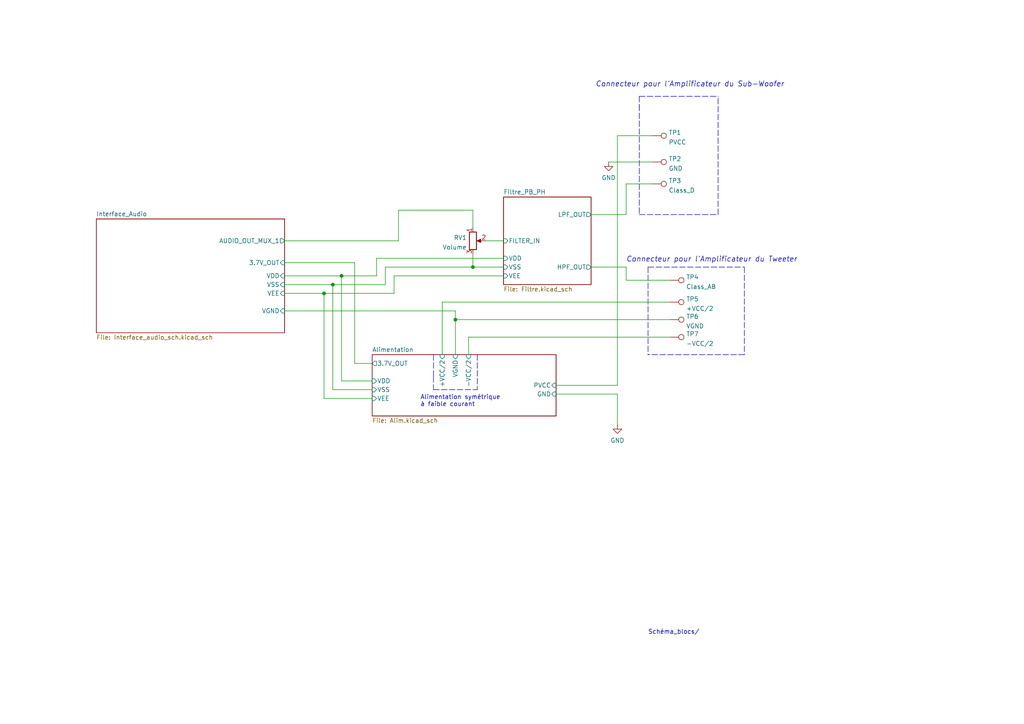
<source format=kicad_sch>
(kicad_sch (version 20211123) (generator eeschema)

  (uuid 853ee787-6e2c-4f32-bc75-6c17337dd3d5)

  (paper "A4")

  (title_block
    (title "Embedded Speaker")
    (date "2022-01-24")
    (rev "1.0")
    (company "Université Paul Sabatier")
  )

  (lib_symbols
    (symbol "Connector:TestPoint" (pin_numbers hide) (pin_names (offset 0.762) hide) (in_bom yes) (on_board yes)
      (property "Reference" "TP" (id 0) (at 0 6.858 0)
        (effects (font (size 1.27 1.27)))
      )
      (property "Value" "TestPoint" (id 1) (at 0 5.08 0)
        (effects (font (size 1.27 1.27)))
      )
      (property "Footprint" "" (id 2) (at 5.08 0 0)
        (effects (font (size 1.27 1.27)) hide)
      )
      (property "Datasheet" "~" (id 3) (at 5.08 0 0)
        (effects (font (size 1.27 1.27)) hide)
      )
      (property "ki_keywords" "test point tp" (id 4) (at 0 0 0)
        (effects (font (size 1.27 1.27)) hide)
      )
      (property "ki_description" "test point" (id 5) (at 0 0 0)
        (effects (font (size 1.27 1.27)) hide)
      )
      (property "ki_fp_filters" "Pin* Test*" (id 6) (at 0 0 0)
        (effects (font (size 1.27 1.27)) hide)
      )
      (symbol "TestPoint_0_1"
        (circle (center 0 3.302) (radius 0.762)
          (stroke (width 0) (type default) (color 0 0 0 0))
          (fill (type none))
        )
      )
      (symbol "TestPoint_1_1"
        (pin passive line (at 0 0 90) (length 2.54)
          (name "1" (effects (font (size 1.27 1.27))))
          (number "1" (effects (font (size 1.27 1.27))))
        )
      )
    )
    (symbol "Device:R_Potentiometer" (pin_names (offset 1.016) hide) (in_bom yes) (on_board yes)
      (property "Reference" "RV" (id 0) (at -4.445 0 90)
        (effects (font (size 1.27 1.27)))
      )
      (property "Value" "R_Potentiometer" (id 1) (at -2.54 0 90)
        (effects (font (size 1.27 1.27)))
      )
      (property "Footprint" "" (id 2) (at 0 0 0)
        (effects (font (size 1.27 1.27)) hide)
      )
      (property "Datasheet" "~" (id 3) (at 0 0 0)
        (effects (font (size 1.27 1.27)) hide)
      )
      (property "ki_keywords" "resistor variable" (id 4) (at 0 0 0)
        (effects (font (size 1.27 1.27)) hide)
      )
      (property "ki_description" "Potentiometer" (id 5) (at 0 0 0)
        (effects (font (size 1.27 1.27)) hide)
      )
      (property "ki_fp_filters" "Potentiometer*" (id 6) (at 0 0 0)
        (effects (font (size 1.27 1.27)) hide)
      )
      (symbol "R_Potentiometer_0_1"
        (polyline
          (pts
            (xy 2.54 0)
            (xy 1.524 0)
          )
          (stroke (width 0) (type default) (color 0 0 0 0))
          (fill (type none))
        )
        (polyline
          (pts
            (xy 1.143 0)
            (xy 2.286 0.508)
            (xy 2.286 -0.508)
            (xy 1.143 0)
          )
          (stroke (width 0) (type default) (color 0 0 0 0))
          (fill (type outline))
        )
        (rectangle (start 1.016 2.54) (end -1.016 -2.54)
          (stroke (width 0.254) (type default) (color 0 0 0 0))
          (fill (type none))
        )
      )
      (symbol "R_Potentiometer_1_1"
        (pin passive line (at 0 3.81 270) (length 1.27)
          (name "1" (effects (font (size 1.27 1.27))))
          (number "1" (effects (font (size 1.27 1.27))))
        )
        (pin passive line (at 3.81 0 180) (length 1.27)
          (name "2" (effects (font (size 1.27 1.27))))
          (number "2" (effects (font (size 1.27 1.27))))
        )
        (pin passive line (at 0 -3.81 90) (length 1.27)
          (name "3" (effects (font (size 1.27 1.27))))
          (number "3" (effects (font (size 1.27 1.27))))
        )
      )
    )
    (symbol "power:GND" (power) (pin_names (offset 0)) (in_bom yes) (on_board yes)
      (property "Reference" "#PWR" (id 0) (at 0 -6.35 0)
        (effects (font (size 1.27 1.27)) hide)
      )
      (property "Value" "GND" (id 1) (at 0 -3.81 0)
        (effects (font (size 1.27 1.27)))
      )
      (property "Footprint" "" (id 2) (at 0 0 0)
        (effects (font (size 1.27 1.27)) hide)
      )
      (property "Datasheet" "" (id 3) (at 0 0 0)
        (effects (font (size 1.27 1.27)) hide)
      )
      (property "ki_keywords" "power-flag" (id 4) (at 0 0 0)
        (effects (font (size 1.27 1.27)) hide)
      )
      (property "ki_description" "Power symbol creates a global label with name \"GND\" , ground" (id 5) (at 0 0 0)
        (effects (font (size 1.27 1.27)) hide)
      )
      (symbol "GND_0_1"
        (polyline
          (pts
            (xy 0 0)
            (xy 0 -1.27)
            (xy 1.27 -1.27)
            (xy 0 -2.54)
            (xy -1.27 -1.27)
            (xy 0 -1.27)
          )
          (stroke (width 0) (type default) (color 0 0 0 0))
          (fill (type none))
        )
      )
      (symbol "GND_1_1"
        (pin power_in line (at 0 0 270) (length 0) hide
          (name "GND" (effects (font (size 1.27 1.27))))
          (number "1" (effects (font (size 1.27 1.27))))
        )
      )
    )
  )

  (junction (at 96.52 82.55) (diameter 0) (color 0 0 0 0)
    (uuid 1def0961-9811-40a5-b542-b839be1d098e)
  )
  (junction (at 132.08 92.71) (diameter 0) (color 0 0 0 0)
    (uuid 6a2ae320-43e7-4ce2-a19e-1b059df29980)
  )
  (junction (at 137.16 77.47) (diameter 0) (color 0 0 0 0)
    (uuid a2dc6420-0e4d-4710-90c3-34b2902a9509)
  )
  (junction (at 99.06 80.01) (diameter 0) (color 0 0 0 0)
    (uuid ce20e9eb-e9fd-48f7-80ef-934743ee05be)
  )
  (junction (at 93.98 85.09) (diameter 0) (color 0 0 0 0)
    (uuid d8687e68-af6e-4faf-b377-a73e05cb4796)
  )

  (wire (pts (xy 181.61 81.28) (xy 194.31 81.28))
    (stroke (width 0) (type default) (color 0 0 0 0))
    (uuid 047fbd59-a2af-402e-86cb-a91781380220)
  )
  (wire (pts (xy 96.52 82.55) (xy 96.52 113.03))
    (stroke (width 0) (type default) (color 0 0 0 0))
    (uuid 09261e5f-6a4a-4875-a2bf-6bb2968a2602)
  )
  (wire (pts (xy 161.29 111.76) (xy 179.07 111.76))
    (stroke (width 0) (type default) (color 0 0 0 0))
    (uuid 0a0f71b5-166b-4cf2-bc88-14ba0ae68939)
  )
  (wire (pts (xy 93.98 85.09) (xy 114.3 85.09))
    (stroke (width 0) (type default) (color 0 0 0 0))
    (uuid 0da5bb32-127c-42a1-931d-236a3dd7a7d3)
  )
  (wire (pts (xy 135.89 97.79) (xy 194.31 97.79))
    (stroke (width 0) (type default) (color 0 0 0 0))
    (uuid 0eeec6c8-cd49-47e9-b3b1-e32b02c1ceb2)
  )
  (polyline (pts (xy 185.42 27.94) (xy 208.28 27.94))
    (stroke (width 0) (type default) (color 0 0 0 0))
    (uuid 143a91ed-c010-4ccb-a864-a7b6ff72e966)
  )

  (wire (pts (xy 132.08 92.71) (xy 132.08 102.87))
    (stroke (width 0) (type default) (color 0 0 0 0))
    (uuid 15bb8736-585d-4def-8798-82b2e6099322)
  )
  (wire (pts (xy 102.87 105.41) (xy 107.95 105.41))
    (stroke (width 0) (type default) (color 0 0 0 0))
    (uuid 16dd4807-5dbc-4d88-8534-8469084a84c5)
  )
  (wire (pts (xy 99.06 110.49) (xy 107.95 110.49))
    (stroke (width 0) (type default) (color 0 0 0 0))
    (uuid 186854ef-ee65-4aa7-b9f1-b1f1eba68615)
  )
  (wire (pts (xy 114.3 80.01) (xy 146.05 80.01))
    (stroke (width 0) (type default) (color 0 0 0 0))
    (uuid 1ab00633-8ce7-4420-be16-c0d2c46385ea)
  )
  (wire (pts (xy 93.98 85.09) (xy 93.98 115.57))
    (stroke (width 0) (type default) (color 0 0 0 0))
    (uuid 1d7c71da-391f-4794-bcf7-7424ccf9ce40)
  )
  (wire (pts (xy 82.55 69.85) (xy 115.57 69.85))
    (stroke (width 0) (type default) (color 0 0 0 0))
    (uuid 2749cb23-5cae-4119-bcd6-22b452303301)
  )
  (wire (pts (xy 181.61 62.23) (xy 181.61 53.34))
    (stroke (width 0) (type default) (color 0 0 0 0))
    (uuid 2bf129f5-200b-4bff-ab79-2b4b2d7942ee)
  )
  (wire (pts (xy 137.16 73.66) (xy 137.16 77.47))
    (stroke (width 0) (type default) (color 0 0 0 0))
    (uuid 2dbaf927-7e61-4517-b6f3-f21a34be0052)
  )
  (polyline (pts (xy 138.43 102.87) (xy 138.43 113.03))
    (stroke (width 0) (type default) (color 0 0 0 0))
    (uuid 31117715-2606-435a-a180-0f0c41967b5d)
  )

  (wire (pts (xy 171.45 62.23) (xy 181.61 62.23))
    (stroke (width 0) (type default) (color 0 0 0 0))
    (uuid 3329526e-1636-40d0-a465-9c51b2f67607)
  )
  (polyline (pts (xy 215.9 102.87) (xy 187.96 102.87))
    (stroke (width 0) (type default) (color 0 0 0 0))
    (uuid 343ffbcc-0d75-44a8-aaf6-91337d82a853)
  )
  (polyline (pts (xy 187.96 77.47) (xy 215.9 77.47))
    (stroke (width 0) (type default) (color 0 0 0 0))
    (uuid 3491ae5d-5e04-4492-8430-03cb84caf2ef)
  )

  (wire (pts (xy 99.06 80.01) (xy 99.06 110.49))
    (stroke (width 0) (type default) (color 0 0 0 0))
    (uuid 36d68ae9-ca46-46c4-a07d-6ac4a7a26977)
  )
  (polyline (pts (xy 187.96 77.47) (xy 187.96 102.87))
    (stroke (width 0) (type default) (color 0 0 0 0))
    (uuid 3d83076c-ad0b-478a-9e3e-333adc603235)
  )

  (wire (pts (xy 179.07 114.3) (xy 179.07 123.19))
    (stroke (width 0) (type default) (color 0 0 0 0))
    (uuid 413d0293-bf64-4e7e-a647-12866bc7ec19)
  )
  (polyline (pts (xy 215.9 77.47) (xy 215.9 102.87))
    (stroke (width 0) (type default) (color 0 0 0 0))
    (uuid 490d45a7-c83f-467a-aa3b-54cbb7baf15a)
  )

  (wire (pts (xy 82.55 76.2) (xy 102.87 76.2))
    (stroke (width 0) (type default) (color 0 0 0 0))
    (uuid 4d14fd43-1fd2-41f0-a8b5-d8014e3ffd79)
  )
  (wire (pts (xy 135.89 102.87) (xy 135.89 97.79))
    (stroke (width 0) (type default) (color 0 0 0 0))
    (uuid 525eaf63-210b-4e08-a2bb-89d4a72ab91e)
  )
  (wire (pts (xy 96.52 113.03) (xy 107.95 113.03))
    (stroke (width 0) (type default) (color 0 0 0 0))
    (uuid 52a3c852-a273-42d5-bd2b-e9c7c1dd411c)
  )
  (wire (pts (xy 114.3 85.09) (xy 114.3 80.01))
    (stroke (width 0) (type default) (color 0 0 0 0))
    (uuid 56572797-0893-4ce2-99a5-ed130ee8fbea)
  )
  (wire (pts (xy 82.55 82.55) (xy 96.52 82.55))
    (stroke (width 0) (type default) (color 0 0 0 0))
    (uuid 5d963c3a-0c84-4d6a-8501-d4b94c5d85ae)
  )
  (wire (pts (xy 171.45 77.47) (xy 181.61 77.47))
    (stroke (width 0) (type default) (color 0 0 0 0))
    (uuid 5e92c930-709d-4c49-a8e9-b521c116dfd8)
  )
  (wire (pts (xy 111.76 82.55) (xy 111.76 77.47))
    (stroke (width 0) (type default) (color 0 0 0 0))
    (uuid 639388d9-22c5-4c6a-bd4c-fd69467cbb98)
  )
  (wire (pts (xy 132.08 92.71) (xy 194.31 92.71))
    (stroke (width 0) (type default) (color 0 0 0 0))
    (uuid 668368fe-264d-4481-93d3-8cc044f1968b)
  )
  (wire (pts (xy 93.98 115.57) (xy 107.95 115.57))
    (stroke (width 0) (type default) (color 0 0 0 0))
    (uuid 67bb945b-52bd-4302-94b5-f72225c45505)
  )
  (wire (pts (xy 137.16 60.96) (xy 137.16 66.04))
    (stroke (width 0) (type default) (color 0 0 0 0))
    (uuid 6cc29ef3-31f7-4478-8073-edb7805bb23c)
  )
  (polyline (pts (xy 185.42 62.23) (xy 208.28 62.23))
    (stroke (width 0) (type default) (color 0 0 0 0))
    (uuid 6cc32ba1-54a8-4698-9ff0-bbd6110b52eb)
  )

  (wire (pts (xy 82.55 80.01) (xy 99.06 80.01))
    (stroke (width 0) (type default) (color 0 0 0 0))
    (uuid 6d7d4c39-58a0-4206-abf9-27e21e78543d)
  )
  (wire (pts (xy 128.27 87.63) (xy 194.31 87.63))
    (stroke (width 0) (type default) (color 0 0 0 0))
    (uuid 6fe78f37-67b1-4a55-a455-efe5d102457a)
  )
  (polyline (pts (xy 125.73 113.03) (xy 138.43 113.03))
    (stroke (width 0) (type default) (color 0 0 0 0))
    (uuid 87e1215c-c468-4364-bfe7-daea37c12e7c)
  )

  (wire (pts (xy 115.57 69.85) (xy 115.57 60.96))
    (stroke (width 0) (type default) (color 0 0 0 0))
    (uuid 89c105af-acb1-4b83-b7ef-84ee11c88748)
  )
  (wire (pts (xy 109.22 80.01) (xy 109.22 74.93))
    (stroke (width 0) (type default) (color 0 0 0 0))
    (uuid 8b049197-856c-432f-9855-72491ca2696e)
  )
  (wire (pts (xy 181.61 53.34) (xy 189.23 53.34))
    (stroke (width 0) (type default) (color 0 0 0 0))
    (uuid 97c4ca6d-665f-468b-9360-1b47522b8d58)
  )
  (wire (pts (xy 111.76 77.47) (xy 137.16 77.47))
    (stroke (width 0) (type default) (color 0 0 0 0))
    (uuid 9d7e5a97-5d86-456f-a827-34274f7cbf25)
  )
  (wire (pts (xy 99.06 80.01) (xy 109.22 80.01))
    (stroke (width 0) (type default) (color 0 0 0 0))
    (uuid 9e67d937-049f-44a2-b614-4d1caf021e02)
  )
  (wire (pts (xy 181.61 77.47) (xy 181.61 81.28))
    (stroke (width 0) (type default) (color 0 0 0 0))
    (uuid a349aed9-3e73-4361-8fec-8a3312841b73)
  )
  (wire (pts (xy 137.16 77.47) (xy 146.05 77.47))
    (stroke (width 0) (type default) (color 0 0 0 0))
    (uuid a354acf5-9618-4720-8c96-5f0080115ca0)
  )
  (polyline (pts (xy 185.42 30.48) (xy 185.42 62.23))
    (stroke (width 0) (type default) (color 0 0 0 0))
    (uuid b0ae7376-e4b4-43f0-a034-afc014d5accc)
  )
  (polyline (pts (xy 185.42 27.94) (xy 185.42 31.75))
    (stroke (width 0) (type default) (color 0 0 0 0))
    (uuid b2f47fd6-a548-4a97-8aa7-b915717950cc)
  )

  (wire (pts (xy 179.07 39.37) (xy 179.07 111.76))
    (stroke (width 0) (type default) (color 0 0 0 0))
    (uuid b4f5c182-fcef-4e83-90de-530535875adc)
  )
  (wire (pts (xy 132.08 90.17) (xy 132.08 92.71))
    (stroke (width 0) (type default) (color 0 0 0 0))
    (uuid b9bf14d6-e71a-41ef-9615-2570a5c48a77)
  )
  (wire (pts (xy 109.22 74.93) (xy 146.05 74.93))
    (stroke (width 0) (type default) (color 0 0 0 0))
    (uuid baf4ca31-d898-4378-b045-16bfae202838)
  )
  (wire (pts (xy 161.29 114.3) (xy 179.07 114.3))
    (stroke (width 0) (type default) (color 0 0 0 0))
    (uuid c5a2808a-195a-4e30-9821-bdd561eddf3e)
  )
  (wire (pts (xy 189.23 39.37) (xy 179.07 39.37))
    (stroke (width 0) (type default) (color 0 0 0 0))
    (uuid c6302b2c-2cf6-4b0b-b7ed-c91ee37a73a3)
  )
  (wire (pts (xy 96.52 82.55) (xy 111.76 82.55))
    (stroke (width 0) (type default) (color 0 0 0 0))
    (uuid c98fcf02-2f28-4543-9257-27383dacd9c6)
  )
  (wire (pts (xy 140.97 69.85) (xy 146.05 69.85))
    (stroke (width 0) (type default) (color 0 0 0 0))
    (uuid cde89bcb-74b3-4f4f-a043-1c44325d3dc4)
  )
  (wire (pts (xy 82.55 90.17) (xy 132.08 90.17))
    (stroke (width 0) (type default) (color 0 0 0 0))
    (uuid ce86c1e8-e6ce-4851-8129-b6ea502f603d)
  )
  (wire (pts (xy 115.57 60.96) (xy 137.16 60.96))
    (stroke (width 0) (type default) (color 0 0 0 0))
    (uuid cf667d69-6c35-431c-8da8-5a30c045bec1)
  )
  (polyline (pts (xy 208.28 62.23) (xy 208.28 27.94))
    (stroke (width 0) (type default) (color 0 0 0 0))
    (uuid d9819b40-ffd3-4ec0-a4f2-acab8b8cb523)
  )

  (wire (pts (xy 176.53 46.99) (xy 189.23 46.99))
    (stroke (width 0) (type default) (color 0 0 0 0))
    (uuid e377a7fd-f698-4579-9a84-e6607783bfd7)
  )
  (polyline (pts (xy 125.73 109.22) (xy 125.73 113.03))
    (stroke (width 0) (type default) (color 0 0 0 0))
    (uuid e574374a-5e4d-4947-a5c2-20a85bb38709)
  )
  (polyline (pts (xy 125.73 102.87) (xy 125.73 109.22))
    (stroke (width 0) (type default) (color 0 0 0 0))
    (uuid e70e2e27-5155-4011-9867-e8ebfe8811c5)
  )

  (wire (pts (xy 128.27 87.63) (xy 128.27 102.87))
    (stroke (width 0) (type default) (color 0 0 0 0))
    (uuid f5d4e6c9-f015-4b97-9e1c-74578dd1b310)
  )
  (wire (pts (xy 102.87 76.2) (xy 102.87 105.41))
    (stroke (width 0) (type default) (color 0 0 0 0))
    (uuid fb66045b-de81-4e10-9997-835ebd68878c)
  )
  (wire (pts (xy 82.55 85.09) (xy 93.98 85.09))
    (stroke (width 0) (type default) (color 0 0 0 0))
    (uuid ff690768-cb71-454d-9205-8dc7f4a8dd5e)
  )

  (text "Schéma_blocs/" (at 187.96 184.15 0)
    (effects (font (size 1.27 1.27)) (justify left bottom))
    (uuid 592f25e6-a01b-47fd-8172-3da01117d00a)
  )
  (text "Connecteur pour l'Amplificateur du Sub-Woofer" (at 172.72 25.4 0)
    (effects (font (size 1.4986 1.4986) italic) (justify left bottom))
    (uuid 699feae1-8cdd-4d2b-947f-f24849c73cdb)
  )
  (text "Alimentation symétrique\nà faible courant" (at 121.92 118.11 0)
    (effects (font (size 1.27 1.27)) (justify left bottom))
    (uuid b0c19f64-ce3a-4c8c-aad9-f6392adabd46)
  )
  (text "Connecteur pour l'Amplificateur du Tweeter" (at 181.61 76.2 0)
    (effects (font (size 1.4986 1.4986) italic) (justify left bottom))
    (uuid d88958ac-68cd-4955-a63f-0eaa329dec86)
  )

  (symbol (lib_id "Connector:TestPoint") (at 189.23 39.37 270) (unit 1)
    (in_bom yes) (on_board yes) (fields_autoplaced)
    (uuid 0716be40-ba65-4a0b-a589-ab9c00ee6575)
    (property "Reference" "TP1" (id 0) (at 193.929 38.4615 90)
      (effects (font (size 1.27 1.27)) (justify left))
    )
    (property "Value" "PVCC" (id 1) (at 193.929 41.2366 90)
      (effects (font (size 1.27 1.27)) (justify left))
    )
    (property "Footprint" "Connector_Pin:Pin_D1.3mm_L11.0mm" (id 2) (at 189.23 44.45 0)
      (effects (font (size 1.27 1.27)) hide)
    )
    (property "Datasheet" "~" (id 3) (at 189.23 44.45 0)
      (effects (font (size 1.27 1.27)) hide)
    )
    (pin "1" (uuid 0f741332-9781-4ad8-8d3e-927087fc4771))
  )

  (symbol (lib_id "power:GND") (at 179.07 123.19 0) (unit 1)
    (in_bom yes) (on_board yes) (fields_autoplaced)
    (uuid 0c87e482-8429-4b3d-ac55-69268b9a5de2)
    (property "Reference" "#PWR0104" (id 0) (at 179.07 129.54 0)
      (effects (font (size 1.27 1.27)) hide)
    )
    (property "Value" "GND" (id 1) (at 179.07 127.7525 0))
    (property "Footprint" "" (id 2) (at 179.07 123.19 0)
      (effects (font (size 1.27 1.27)) hide)
    )
    (property "Datasheet" "" (id 3) (at 179.07 123.19 0)
      (effects (font (size 1.27 1.27)) hide)
    )
    (pin "1" (uuid 02007e3b-1e3b-42f4-a883-929fbbf3ebf9))
  )

  (symbol (lib_id "Connector:TestPoint") (at 194.31 92.71 270) (unit 1)
    (in_bom yes) (on_board yes) (fields_autoplaced)
    (uuid 1e0f0b5d-e3b5-4651-bb0f-ac55cd976b55)
    (property "Reference" "TP6" (id 0) (at 199.009 91.8015 90)
      (effects (font (size 1.27 1.27)) (justify left))
    )
    (property "Value" "VGND" (id 1) (at 199.009 94.5766 90)
      (effects (font (size 1.27 1.27)) (justify left))
    )
    (property "Footprint" "Connector_Pin:Pin_D1.3mm_L11.0mm" (id 2) (at 194.31 97.79 0)
      (effects (font (size 1.27 1.27)) hide)
    )
    (property "Datasheet" "~" (id 3) (at 194.31 97.79 0)
      (effects (font (size 1.27 1.27)) hide)
    )
    (pin "1" (uuid 0174e27a-7af4-41bf-8949-f54a466c8f20))
  )

  (symbol (lib_id "Connector:TestPoint") (at 189.23 53.34 270) (unit 1)
    (in_bom yes) (on_board yes) (fields_autoplaced)
    (uuid 3d9b3cd6-3f70-4af6-a6c8-6c0e9cc9cad2)
    (property "Reference" "TP3" (id 0) (at 193.929 52.4315 90)
      (effects (font (size 1.27 1.27)) (justify left))
    )
    (property "Value" "Class_D" (id 1) (at 193.929 55.2066 90)
      (effects (font (size 1.27 1.27)) (justify left))
    )
    (property "Footprint" "Connector_Pin:Pin_D1.3mm_L11.0mm" (id 2) (at 189.23 58.42 0)
      (effects (font (size 1.27 1.27)) hide)
    )
    (property "Datasheet" "~" (id 3) (at 189.23 58.42 0)
      (effects (font (size 1.27 1.27)) hide)
    )
    (pin "1" (uuid 14113b3a-e329-463e-9e61-488efa5b4998))
  )

  (symbol (lib_id "Connector:TestPoint") (at 194.31 81.28 270) (unit 1)
    (in_bom yes) (on_board yes) (fields_autoplaced)
    (uuid 6f739c8c-f23f-46f7-9646-00d921219f5d)
    (property "Reference" "TP4" (id 0) (at 199.009 80.3715 90)
      (effects (font (size 1.27 1.27)) (justify left))
    )
    (property "Value" "Class_AB" (id 1) (at 199.009 83.1466 90)
      (effects (font (size 1.27 1.27)) (justify left))
    )
    (property "Footprint" "Connector_Pin:Pin_D1.3mm_L11.0mm" (id 2) (at 194.31 86.36 0)
      (effects (font (size 1.27 1.27)) hide)
    )
    (property "Datasheet" "~" (id 3) (at 194.31 86.36 0)
      (effects (font (size 1.27 1.27)) hide)
    )
    (pin "1" (uuid 03330706-5ef6-4312-b6d1-e8b0bd427b40))
  )

  (symbol (lib_id "Connector:TestPoint") (at 189.23 46.99 270) (unit 1)
    (in_bom yes) (on_board yes) (fields_autoplaced)
    (uuid a8db902e-a5fb-4c72-9c00-e768964dc3f3)
    (property "Reference" "TP2" (id 0) (at 193.929 46.0815 90)
      (effects (font (size 1.27 1.27)) (justify left))
    )
    (property "Value" "GND" (id 1) (at 193.929 48.8566 90)
      (effects (font (size 1.27 1.27)) (justify left))
    )
    (property "Footprint" "Connector_Pin:Pin_D1.3mm_L11.0mm" (id 2) (at 189.23 52.07 0)
      (effects (font (size 1.27 1.27)) hide)
    )
    (property "Datasheet" "~" (id 3) (at 189.23 52.07 0)
      (effects (font (size 1.27 1.27)) hide)
    )
    (pin "1" (uuid feed3383-d3e9-4fb1-b55d-7cd9e8af68b2))
  )

  (symbol (lib_id "Device:R_Potentiometer") (at 137.16 69.85 0) (unit 1)
    (in_bom yes) (on_board yes) (fields_autoplaced)
    (uuid a92045c5-4f45-4090-af92-e196e8719e05)
    (property "Reference" "RV1" (id 0) (at 135.382 68.9415 0)
      (effects (font (size 1.27 1.27)) (justify right))
    )
    (property "Value" "Volume" (id 1) (at 135.382 71.7166 0)
      (effects (font (size 1.27 1.27)) (justify right))
    )
    (property "Footprint" "Potentiometer_THT:Potentiometer_Bourns_3266W_Vertical" (id 2) (at 137.16 69.85 0)
      (effects (font (size 1.27 1.27)) hide)
    )
    (property "Datasheet" "~" (id 3) (at 137.16 69.85 0)
      (effects (font (size 1.27 1.27)) hide)
    )
    (pin "1" (uuid 5d1de36e-0591-465f-a55e-a456bc8d900f))
    (pin "2" (uuid 9f1c6574-d23a-419e-b919-1dc55a0404ca))
    (pin "3" (uuid c39275c1-7838-4ebf-8487-0dfef76f3fff))
  )

  (symbol (lib_id "power:GND") (at 176.53 46.99 0) (unit 1)
    (in_bom yes) (on_board yes) (fields_autoplaced)
    (uuid af9b6d9e-bac2-414f-b847-121ff223171f)
    (property "Reference" "#PWR0101" (id 0) (at 176.53 53.34 0)
      (effects (font (size 1.27 1.27)) hide)
    )
    (property "Value" "GND" (id 1) (at 176.53 51.5525 0))
    (property "Footprint" "" (id 2) (at 176.53 46.99 0)
      (effects (font (size 1.27 1.27)) hide)
    )
    (property "Datasheet" "" (id 3) (at 176.53 46.99 0)
      (effects (font (size 1.27 1.27)) hide)
    )
    (pin "1" (uuid 52be1959-5aaf-401d-a80b-2f05f7cef20b))
  )

  (symbol (lib_id "Connector:TestPoint") (at 194.31 97.79 270) (unit 1)
    (in_bom yes) (on_board yes) (fields_autoplaced)
    (uuid da584ae1-e1a2-4ce6-b87e-3593b0d5a809)
    (property "Reference" "TP7" (id 0) (at 199.009 96.8815 90)
      (effects (font (size 1.27 1.27)) (justify left))
    )
    (property "Value" "-VCC/2" (id 1) (at 199.009 99.6566 90)
      (effects (font (size 1.27 1.27)) (justify left))
    )
    (property "Footprint" "Connector_Pin:Pin_D1.3mm_L11.0mm" (id 2) (at 194.31 102.87 0)
      (effects (font (size 1.27 1.27)) hide)
    )
    (property "Datasheet" "~" (id 3) (at 194.31 102.87 0)
      (effects (font (size 1.27 1.27)) hide)
    )
    (pin "1" (uuid a765d0b9-89eb-486c-8728-e72d72665edc))
  )

  (symbol (lib_id "Connector:TestPoint") (at 194.31 87.63 270) (unit 1)
    (in_bom yes) (on_board yes) (fields_autoplaced)
    (uuid e04ac0c2-721f-4c45-8e11-a01a38fe375d)
    (property "Reference" "TP5" (id 0) (at 199.009 86.7215 90)
      (effects (font (size 1.27 1.27)) (justify left))
    )
    (property "Value" "+VCC/2" (id 1) (at 199.009 89.4966 90)
      (effects (font (size 1.27 1.27)) (justify left))
    )
    (property "Footprint" "Connector_Pin:Pin_D1.3mm_L11.0mm" (id 2) (at 194.31 92.71 0)
      (effects (font (size 1.27 1.27)) hide)
    )
    (property "Datasheet" "~" (id 3) (at 194.31 92.71 0)
      (effects (font (size 1.27 1.27)) hide)
    )
    (pin "1" (uuid 671da2e0-3045-4f39-bfa9-3c6d34ad540b))
  )

  (sheet (at 146.05 57.15) (size 25.4 25.4) (fields_autoplaced)
    (stroke (width 0) (type solid) (color 0 0 0 0))
    (fill (color 0 0 0 0.0000))
    (uuid 00000000-0000-0000-0000-000061eb7ba3)
    (property "Sheet name" "Filtre_PB_PH" (id 0) (at 146.05 56.4384 0)
      (effects (font (size 1.27 1.27)) (justify left bottom))
    )
    (property "Sheet file" "Filtre.kicad_sch" (id 1) (at 146.05 83.1346 0)
      (effects (font (size 1.27 1.27)) (justify left top))
    )
    (pin "FILTER_IN" input (at 146.05 69.85 180)
      (effects (font (size 1.27 1.27)) (justify left))
      (uuid e8fd2f34-c2cd-49cb-923e-ea725c412e2f)
    )
    (pin "LPF_OUT" output (at 171.45 62.23 0)
      (effects (font (size 1.27 1.27)) (justify right))
      (uuid 391a8723-5b10-4e38-9f94-c4ccb38c03af)
    )
    (pin "HPF_OUT" output (at 171.45 77.47 0)
      (effects (font (size 1.27 1.27)) (justify right))
      (uuid efa69597-8713-4d78-bebb-4a0b134e9e98)
    )
    (pin "VEE" input (at 146.05 80.01 180)
      (effects (font (size 1.27 1.27)) (justify left))
      (uuid 56dc57f0-d27d-4049-8e99-4335b11f4060)
    )
    (pin "VSS" input (at 146.05 77.47 180)
      (effects (font (size 1.27 1.27)) (justify left))
      (uuid b78c3c21-4fa6-40a3-844b-728f1cf728d3)
    )
    (pin "VDD" input (at 146.05 74.93 180)
      (effects (font (size 1.27 1.27)) (justify left))
      (uuid 8c52af3b-da3c-4777-8fd2-1fa11656b034)
    )
  )

  (sheet (at 107.95 102.87) (size 53.34 17.78) (fields_autoplaced)
    (stroke (width 0) (type solid) (color 0 0 0 0))
    (fill (color 0 0 0 0.0000))
    (uuid 00000000-0000-0000-0000-000061eb7ca4)
    (property "Sheet name" "Alimentation" (id 0) (at 107.95 102.1584 0)
      (effects (font (size 1.27 1.27)) (justify left bottom))
    )
    (property "Sheet file" "Alim.kicad_sch" (id 1) (at 107.95 121.2346 0)
      (effects (font (size 1.27 1.27)) (justify left top))
    )
    (pin "3.7V_OUT" output (at 107.95 105.41 180)
      (effects (font (size 1.27 1.27)) (justify left))
      (uuid 1bb78dbd-0d63-4888-9788-25528867aeb9)
    )
    (pin "GND" input (at 161.29 114.3 0)
      (effects (font (size 1.27 1.27)) (justify right))
      (uuid 1006ae42-2077-48c1-93d7-b556f8523da7)
    )
    (pin "-VCC{slash}2" input (at 135.89 102.87 90)
      (effects (font (size 1.27 1.27)) (justify right))
      (uuid a9c43127-658e-4a00-af26-baf25fe8b966)
    )
    (pin "VGND" input (at 132.08 102.87 90)
      (effects (font (size 1.27 1.27)) (justify right))
      (uuid 9492955b-3661-4817-ab8c-f9999ab4f57a)
    )
    (pin "+VCC{slash}2" input (at 128.27 102.87 90)
      (effects (font (size 1.27 1.27)) (justify right))
      (uuid 97e802e4-4514-4598-a330-71808cff2932)
    )
    (pin "PVCC" input (at 161.29 111.76 0)
      (effects (font (size 1.27 1.27)) (justify right))
      (uuid 41c4fad6-70ad-4ddf-9b7c-79a352a6c6da)
    )
    (pin "VDD" input (at 107.95 110.49 180)
      (effects (font (size 1.27 1.27)) (justify left))
      (uuid 73dc1864-fa52-4274-bd4c-47abec9e9ccd)
    )
    (pin "VSS" input (at 107.95 113.03 180)
      (effects (font (size 1.27 1.27)) (justify left))
      (uuid 8c7f70c0-832e-4580-9fb3-73b36809c25e)
    )
    (pin "VEE" input (at 107.95 115.57 180)
      (effects (font (size 1.27 1.27)) (justify left))
      (uuid 40bbc1b0-1e58-4099-87ec-16f04fff3eba)
    )
  )

  (sheet (at 27.94 63.5) (size 54.61 33.02) (fields_autoplaced)
    (stroke (width 0.1524) (type solid) (color 0 0 0 0))
    (fill (color 0 0 0 0.0000))
    (uuid 93778bcd-de05-4c65-9c3a-d573c34e0eb0)
    (property "Sheet name" "Interface_Audio" (id 0) (at 27.94 62.7884 0)
      (effects (font (size 1.27 1.27)) (justify left bottom))
    )
    (property "Sheet file" "Interface_audio_sch.kicad_sch" (id 1) (at 27.94 97.1046 0)
      (effects (font (size 1.27 1.27)) (justify left top))
    )
    (pin "AUDIO_OUT_MUX_1" output (at 82.55 69.85 0)
      (effects (font (size 1.27 1.27)) (justify right))
      (uuid 57d79eb4-35f0-4314-a122-4dc704c091fd)
    )
    (pin "3.7V_OUT" input (at 82.55 76.2 0)
      (effects (font (size 1.27 1.27)) (justify right))
      (uuid de9ef025-87c8-4bed-bb37-60b24bff6d68)
    )
    (pin "VGND" input (at 82.55 90.17 0)
      (effects (font (size 1.27 1.27)) (justify right))
      (uuid 21104343-9d0b-4061-ba3f-63454cbef2bd)
    )
    (pin "VDD" input (at 82.55 80.01 0)
      (effects (font (size 1.27 1.27)) (justify right))
      (uuid 5e939947-fc27-4e55-b962-524b3aae8119)
    )
    (pin "VSS" input (at 82.55 82.55 0)
      (effects (font (size 1.27 1.27)) (justify right))
      (uuid e8567559-589d-4440-85ef-e770b2def704)
    )
    (pin "VEE" input (at 82.55 85.09 0)
      (effects (font (size 1.27 1.27)) (justify right))
      (uuid 489fe3c9-c640-4450-9533-cad45af6f572)
    )
  )

  (sheet_instances
    (path "/" (page "1"))
    (path "/00000000-0000-0000-0000-000061eb7ca4" (page "2"))
    (path "/00000000-0000-0000-0000-000061eb7ba3" (page "3"))
    (path "/93778bcd-de05-4c65-9c3a-d573c34e0eb0" (page "6"))
  )

  (symbol_instances
    (path "/93778bcd-de05-4c65-9c3a-d573c34e0eb0/53f3046a-9661-4349-9ce6-22e4703f115e"
      (reference "#FLG0101") (unit 1) (value "PWR_FLAG") (footprint "")
    )
    (path "/00000000-0000-0000-0000-000061eb7ca4/6cc438aa-7d31-4321-ac6b-b4e7ba75f2b4"
      (reference "#FLG0102") (unit 1) (value "PWR_FLAG") (footprint "")
    )
    (path "/93778bcd-de05-4c65-9c3a-d573c34e0eb0/3f0a5454-0cab-4691-b586-749945ff2853"
      (reference "#FLG0103") (unit 1) (value "PWR_FLAG") (footprint "")
    )
    (path "/00000000-0000-0000-0000-000061eb7ca4/f4a309b2-1460-415a-b141-e5a2e9ca6121"
      (reference "#FLG0104") (unit 1) (value "PWR_FLAG") (footprint "")
    )
    (path "/00000000-0000-0000-0000-000061eb7ca4/6534f609-fffc-4768-9880-87b7aebacb24"
      (reference "#FLG0105") (unit 1) (value "PWR_FLAG") (footprint "")
    )
    (path "/00000000-0000-0000-0000-000061eb7ca4/548b43d5-4c9e-4e72-a4b0-54ee872cf789"
      (reference "#FLG0106") (unit 1) (value "PWR_FLAG") (footprint "")
    )
    (path "/00000000-0000-0000-0000-000061eb7ca4/9e1ecfe5-9502-477a-b6a0-fb612fb55227"
      (reference "#FLG0107") (unit 1) (value "PWR_FLAG") (footprint "")
    )
    (path "/af9b6d9e-bac2-414f-b847-121ff223171f"
      (reference "#PWR0101") (unit 1) (value "GND") (footprint "")
    )
    (path "/00000000-0000-0000-0000-000061eb7ca4/8854a535-509c-4fe6-b38f-ef7d47eccd08"
      (reference "#PWR0102") (unit 1) (value "GND") (footprint "")
    )
    (path "/93778bcd-de05-4c65-9c3a-d573c34e0eb0/4fe8d3b7-be72-4c0e-8a24-a3e3c22423ee"
      (reference "#PWR0103") (unit 1) (value "GND1") (footprint "")
    )
    (path "/0c87e482-8429-4b3d-ac55-69268b9a5de2"
      (reference "#PWR0104") (unit 1) (value "GND") (footprint "")
    )
    (path "/00000000-0000-0000-0000-000061eb7ca4/67253d7a-9a5c-41bb-96c3-92719b2902e6"
      (reference "#PWR0105") (unit 1) (value "GND1") (footprint "")
    )
    (path "/00000000-0000-0000-0000-000061eb7ca4/1d104f75-eea6-4576-9a63-1904fba38872"
      (reference "#PWR0107") (unit 1) (value "GND") (footprint "")
    )
    (path "/93778bcd-de05-4c65-9c3a-d573c34e0eb0/406d38b5-abff-4154-ba42-96deaa8d192e"
      (reference "#PWR0108") (unit 1) (value "GND1") (footprint "")
    )
    (path "/93778bcd-de05-4c65-9c3a-d573c34e0eb0/67dd7057-4d15-4bfe-aaba-e216fcfa20d6"
      (reference "#PWR0110") (unit 1) (value "GND1") (footprint "")
    )
    (path "/93778bcd-de05-4c65-9c3a-d573c34e0eb0/30a5898d-4bac-46ac-b409-1a5087097191"
      (reference "#PWR0112") (unit 1) (value "GND1") (footprint "")
    )
    (path "/00000000-0000-0000-0000-000061eb7ca4/00000000-0000-0000-0000-000061f8655e"
      (reference "#PWR0114") (unit 1) (value "GND") (footprint "")
    )
    (path "/00000000-0000-0000-0000-000061eb7ca4/00000000-0000-0000-0000-000061f85a54"
      (reference "#PWR0115") (unit 1) (value "+VDC") (footprint "")
    )
    (path "/93778bcd-de05-4c65-9c3a-d573c34e0eb0/a579f010-dacf-42d4-98e3-764b5ef5251f"
      (reference "#PWR0116") (unit 1) (value "GND1") (footprint "")
    )
    (path "/93778bcd-de05-4c65-9c3a-d573c34e0eb0/479b1cbb-e8bf-417d-b367-b95dc53d7fe1"
      (reference "#PWR0118") (unit 1) (value "GND1") (footprint "")
    )
    (path "/93778bcd-de05-4c65-9c3a-d573c34e0eb0/cf5dd1c2-be2b-47c8-94fd-611c7b3d29ad"
      (reference "#PWR0120") (unit 1) (value "GND1") (footprint "")
    )
    (path "/93778bcd-de05-4c65-9c3a-d573c34e0eb0/ae416188-70f7-41c6-a3ed-aaafcf71ac04"
      (reference "#PWR0122") (unit 1) (value "GND1") (footprint "")
    )
    (path "/93778bcd-de05-4c65-9c3a-d573c34e0eb0/7e9cb2d7-e6f8-463d-9a01-80c6d77e2d47"
      (reference "#PWR0123") (unit 1) (value "GND1") (footprint "")
    )
    (path "/93778bcd-de05-4c65-9c3a-d573c34e0eb0/c5d233e6-9e09-42a3-992b-cf6ff253ac1c"
      (reference "#PWR0124") (unit 1) (value "GND1") (footprint "")
    )
    (path "/93778bcd-de05-4c65-9c3a-d573c34e0eb0/b6e7b49e-a884-4bfe-84e2-d86566bbcd8d"
      (reference "#PWR0125") (unit 1) (value "GND1") (footprint "")
    )
    (path "/93778bcd-de05-4c65-9c3a-d573c34e0eb0/8c8730ef-8afc-440c-bb89-45bbd19f3ef4"
      (reference "#PWR0126") (unit 1) (value "GND1") (footprint "")
    )
    (path "/93778bcd-de05-4c65-9c3a-d573c34e0eb0/7fc10263-0123-4329-93ac-413dbb014f64"
      (reference "#PWR0130") (unit 1) (value "VCC") (footprint "")
    )
    (path "/93778bcd-de05-4c65-9c3a-d573c34e0eb0/8954211f-b788-4a6c-9f65-6466cfb02b37"
      (reference "#PWR0131") (unit 1) (value "VCC") (footprint "")
    )
    (path "/93778bcd-de05-4c65-9c3a-d573c34e0eb0/45a4619d-ae80-47dd-91fb-a73293d1128c"
      (reference "#PWR0132") (unit 1) (value "VCC") (footprint "")
    )
    (path "/93778bcd-de05-4c65-9c3a-d573c34e0eb0/91630542-d331-4e70-83f2-16c001d869c5"
      (reference "#PWR0133") (unit 1) (value "VCC") (footprint "")
    )
    (path "/93778bcd-de05-4c65-9c3a-d573c34e0eb0/19474df5-12fc-40cf-b1ba-06d05efaf5e9"
      (reference "#PWR0134") (unit 1) (value "VCC") (footprint "")
    )
    (path "/93778bcd-de05-4c65-9c3a-d573c34e0eb0/e79fbee1-b2d6-452c-b827-d2464e3ef952"
      (reference "#PWR0135") (unit 1) (value "VCC") (footprint "")
    )
    (path "/93778bcd-de05-4c65-9c3a-d573c34e0eb0/e224240e-5561-44b7-a5fd-d6797290a69f"
      (reference "#PWR0136") (unit 1) (value "GND1") (footprint "")
    )
    (path "/93778bcd-de05-4c65-9c3a-d573c34e0eb0/0b8bc3e1-3acd-4c24-9683-279ba1f7b60b"
      (reference "#PWR0137") (unit 1) (value "VCC") (footprint "")
    )
    (path "/93778bcd-de05-4c65-9c3a-d573c34e0eb0/e184540e-438d-4c41-950f-c0f83945bed0"
      (reference "C1") (unit 1) (value "10uF") (footprint "Capacitor_SMD:C_0805_2012Metric_Pad1.18x1.45mm_HandSolder")
    )
    (path "/93778bcd-de05-4c65-9c3a-d573c34e0eb0/45532ebe-0fc2-4e06-923d-6dc50d659cb7"
      (reference "C2") (unit 1) (value "100nF") (footprint "Capacitor_SMD:C_0603_1608Metric_Pad1.08x0.95mm_HandSolder")
    )
    (path "/00000000-0000-0000-0000-000061eb7ca4/cd9dbe8a-6e02-485e-bb92-264485524ca1"
      (reference "C3") (unit 1) (value "10uF") (footprint "Capacitor_SMD:C_0805_2012Metric_Pad1.18x1.45mm_HandSolder")
    )
    (path "/00000000-0000-0000-0000-000061eb7ca4/00000000-0000-0000-0000-000061f881d1"
      (reference "C4") (unit 1) (value "1uF") (footprint "Capacitor_SMD:C_0603_1608Metric_Pad1.08x0.95mm_HandSolder")
    )
    (path "/00000000-0000-0000-0000-000061eb7ca4/553170cd-ee32-494b-8867-1cc840e808fa"
      (reference "C5") (unit 1) (value "100u") (footprint "Capacitor_SMD:C_Elec_6.3x7.7")
    )
    (path "/93778bcd-de05-4c65-9c3a-d573c34e0eb0/2c6f50a3-0f27-4cea-b64e-efa7edf3f6dc"
      (reference "C6") (unit 1) (value "1uF") (footprint "Capacitor_SMD:C_0603_1608Metric_Pad1.08x0.95mm_HandSolder")
    )
    (path "/93778bcd-de05-4c65-9c3a-d573c34e0eb0/ab6fe4a2-7f7f-4ced-9605-61397fd3c052"
      (reference "C7") (unit 1) (value "100nF") (footprint "Capacitor_SMD:C_0603_1608Metric_Pad1.08x0.95mm_HandSolder")
    )
    (path "/93778bcd-de05-4c65-9c3a-d573c34e0eb0/25a58da0-b522-4fbd-a882-94f01d037087"
      (reference "C8") (unit 1) (value "1uF") (footprint "Capacitor_SMD:C_0603_1608Metric_Pad1.08x0.95mm_HandSolder")
    )
    (path "/93778bcd-de05-4c65-9c3a-d573c34e0eb0/38a9341c-da13-47b8-af80-ba0e04456d81"
      (reference "C9") (unit 1) (value "100nF") (footprint "Capacitor_SMD:C_0603_1608Metric_Pad1.08x0.95mm_HandSolder")
    )
    (path "/93778bcd-de05-4c65-9c3a-d573c34e0eb0/72c6b345-d06b-4c43-a137-3f533c2b8a8a"
      (reference "C10") (unit 1) (value "100nF") (footprint "Capacitor_SMD:C_0603_1608Metric_Pad1.08x0.95mm_HandSolder")
    )
    (path "/93778bcd-de05-4c65-9c3a-d573c34e0eb0/1c181b44-931f-4609-bd0b-c61e59659237"
      (reference "C11") (unit 1) (value "1uF") (footprint "Capacitor_SMD:C_0603_1608Metric_Pad1.08x0.95mm_HandSolder")
    )
    (path "/93778bcd-de05-4c65-9c3a-d573c34e0eb0/0b0698d1-c83b-408d-9ce7-21b0b104b921"
      (reference "C12") (unit 1) (value "100nF") (footprint "Capacitor_SMD:C_0603_1608Metric_Pad1.08x0.95mm_HandSolder")
    )
    (path "/93778bcd-de05-4c65-9c3a-d573c34e0eb0/b4b69cd4-7e51-42f7-a835-9409a70f2ceb"
      (reference "C13") (unit 1) (value "100nF") (footprint "Capacitor_SMD:C_0603_1608Metric_Pad1.08x0.95mm_HandSolder")
    )
    (path "/93778bcd-de05-4c65-9c3a-d573c34e0eb0/6efa48d8-1c03-4d18-bea3-713e8df68560"
      (reference "C14") (unit 1) (value "100n") (footprint "Capacitor_SMD:C_0603_1608Metric_Pad1.08x0.95mm_HandSolder")
    )
    (path "/93778bcd-de05-4c65-9c3a-d573c34e0eb0/8f37976d-7277-408d-b960-1ce55db355b4"
      (reference "C15") (unit 1) (value "100nF") (footprint "Capacitor_SMD:C_0603_1608Metric_Pad1.08x0.95mm_HandSolder")
    )
    (path "/00000000-0000-0000-0000-000061eb7ca4/afc37d40-58e8-42f4-8f3f-3ee85589c122"
      (reference "C16") (unit 1) (value "0.1uF") (footprint "Capacitor_SMD:C_0603_1608Metric_Pad1.08x0.95mm_HandSolder")
    )
    (path "/00000000-0000-0000-0000-000061eb7ba3/5f6d4c94-127c-4f12-ad9e-e468cf7ea863"
      (reference "C22") (unit 1) (value "1u") (footprint "Capacitor_SMD:C_0603_1608Metric_Pad1.08x0.95mm_HandSolder")
    )
    (path "/00000000-0000-0000-0000-000061eb7ba3/1135be1a-b423-40a8-a224-74c708280e7b"
      (reference "C23") (unit 1) (value "1u") (footprint "Capacitor_SMD:C_0603_1608Metric_Pad1.08x0.95mm_HandSolder")
    )
    (path "/00000000-0000-0000-0000-000061eb7ba3/a0c3cb1a-55ab-470c-b721-9fb897fe9a0f"
      (reference "C24") (unit 1) (value "100n") (footprint "Capacitor_SMD:C_0603_1608Metric_Pad1.08x0.95mm_HandSolder")
    )
    (path "/00000000-0000-0000-0000-000061eb7ba3/7f92ce6f-3c6b-47dd-892c-e1aeb93074dc"
      (reference "C25") (unit 1) (value "100n") (footprint "Capacitor_SMD:C_0603_1608Metric_Pad1.08x0.95mm_HandSolder")
    )
    (path "/00000000-0000-0000-0000-000061eb7ba3/38967b46-c9ff-4258-92b9-fdd19691af0f"
      (reference "C26") (unit 1) (value "3.3n") (footprint "Capacitor_SMD:C_0402_1005Metric_Pad0.74x0.62mm_HandSolder")
    )
    (path "/00000000-0000-0000-0000-000061eb7ba3/1f0f8398-434b-44d3-8c18-a44097cb884c"
      (reference "C27") (unit 1) (value "3.3n") (footprint "Capacitor_SMD:C_0402_1005Metric_Pad0.74x0.62mm_HandSolder")
    )
    (path "/00000000-0000-0000-0000-000061eb7ba3/d940c359-b61f-4360-9b89-620ff26269e1"
      (reference "C28") (unit 1) (value "3.3n") (footprint "Capacitor_SMD:C_0402_1005Metric_Pad0.74x0.62mm_HandSolder")
    )
    (path "/00000000-0000-0000-0000-000061eb7ba3/c5f57b68-2110-47f5-ac66-97b8adbf6f06"
      (reference "C29") (unit 1) (value "3.3n") (footprint "Capacitor_SMD:C_0402_1005Metric_Pad0.74x0.62mm_HandSolder")
    )
    (path "/93778bcd-de05-4c65-9c3a-d573c34e0eb0/f07b985f-6cea-4076-8c9a-f0e8e808b378"
      (reference "D1") (unit 1) (value "Red") (footprint "LED_SMD:LED_0805_2012Metric_Pad1.15x1.40mm_HandSolder")
    )
    (path "/93778bcd-de05-4c65-9c3a-d573c34e0eb0/6187d8ab-7442-41e9-a4ed-463fa563f2f7"
      (reference "D2") (unit 1) (value "Red") (footprint "LED_SMD:LED_0805_2012Metric_Pad1.15x1.40mm_HandSolder")
    )
    (path "/93778bcd-de05-4c65-9c3a-d573c34e0eb0/4e0215bd-1ab5-40f2-baeb-9196ad7b1939"
      (reference "D3") (unit 1) (value "Green") (footprint "LED_SMD:LED_0805_2012Metric_Pad1.15x1.40mm_HandSolder")
    )
    (path "/00000000-0000-0000-0000-000061eb7ca4/992e80e1-d96c-4c86-85fe-dde6e3ba0fee"
      (reference "D4") (unit 1) (value "8.2v") (footprint "Diode_SMD:D_SOD-323_HandSoldering")
    )
    (path "/00000000-0000-0000-0000-000061eb7ca4/b8f358d0-ffd7-45ae-9d41-f711a843256b"
      (reference "D5") (unit 1) (value "8.2v") (footprint "Diode_SMD:D_SOD-323_HandSoldering")
    )
    (path "/93778bcd-de05-4c65-9c3a-d573c34e0eb0/2de1929a-eb1e-485b-9752-f915c63cc072"
      (reference "J1") (unit 1) (value "SJ1-3525NG") (footprint "BM64:CUI_SJ1-3525NG")
    )
    (path "/93778bcd-de05-4c65-9c3a-d573c34e0eb0/b6953cf3-d7df-43f2-97d2-a77b411f34c8"
      (reference "J2") (unit 1) (value "JackOut") (footprint "BM64:CUI_SJ1-3525NG")
    )
    (path "/93778bcd-de05-4c65-9c3a-d573c34e0eb0/1a1becc4-db57-48b8-b91d-2c7ab2f169df"
      (reference "J3") (unit 1) (value "AVR-ISP-6") (footprint "Connector_PinHeader_2.54mm:PinHeader_2x03_P2.54mm_Vertical")
    )
    (path "/93778bcd-de05-4c65-9c3a-d573c34e0eb0/d07c5d15-c162-4055-a808-af6b0a58465c"
      (reference "J4") (unit 1) (value "Conn_01x03_Male") (footprint "Connector_PinSocket_2.54mm:PinSocket_1x03_P2.54mm_Vertical")
    )
    (path "/93778bcd-de05-4c65-9c3a-d573c34e0eb0/f5c2b239-25c2-4a77-b83f-96c3fdbe7817"
      (reference "J6") (unit 1) (value "Conn_01x04_Male") (footprint "Connector_PinSocket_2.54mm:PinSocket_1x04_P2.54mm_Vertical")
    )
    (path "/93778bcd-de05-4c65-9c3a-d573c34e0eb0/369a4fb6-b339-4b9f-831e-32d1509f87d2"
      (reference "JP1") (unit 1) (value "Jumper") (footprint "Resistor_SMD:R_0805_2012Metric_Pad1.20x1.40mm_HandSolder")
    )
    (path "/93778bcd-de05-4c65-9c3a-d573c34e0eb0/c45a852d-1a29-44f9-82f1-a7880ed48486"
      (reference "JP2") (unit 1) (value "Jumper") (footprint "Resistor_SMD:R_0805_2012Metric_Pad1.20x1.40mm_HandSolder")
    )
    (path "/00000000-0000-0000-0000-000061eb7ca4/acc6b9af-0124-466b-81f2-31e0fdbf312a"
      (reference "L1") (unit 1) (value "1uH") (footprint "Inductor_SMD:L_1008_2520Metric_Pad1.43x2.20mm_HandSolder")
    )
    (path "/00000000-0000-0000-0000-000061eb7ca4/0580c60e-ede0-42ca-a39a-b318185c8b13"
      (reference "L2") (unit 1) (value "1mH") (footprint "Inductor_SMD:L_7.3x7.3_H4.5")
    )
    (path "/93778bcd-de05-4c65-9c3a-d573c34e0eb0/ca8699c7-3914-4af5-8e64-9dee5773c885"
      (reference "R1") (unit 1) (value "100K") (footprint "Resistor_SMD:R_0603_1608Metric_Pad0.98x0.95mm_HandSolder")
    )
    (path "/93778bcd-de05-4c65-9c3a-d573c34e0eb0/04167ddf-255c-4a60-9d17-89903a68f281"
      (reference "R2") (unit 1) (value "10K") (footprint "Resistor_SMD:R_0603_1608Metric_Pad0.98x0.95mm_HandSolder")
    )
    (path "/93778bcd-de05-4c65-9c3a-d573c34e0eb0/843d74f5-ea69-4b24-8fe1-8bdc300959a5"
      (reference "R3") (unit 1) (value "100K") (footprint "Resistor_SMD:R_0603_1608Metric_Pad0.98x0.95mm_HandSolder")
    )
    (path "/93778bcd-de05-4c65-9c3a-d573c34e0eb0/b1826c6f-620b-45d6-ba52-a24cb28098bd"
      (reference "R4") (unit 1) (value "10K") (footprint "Resistor_SMD:R_0603_1608Metric_Pad0.98x0.95mm_HandSolder")
    )
    (path "/93778bcd-de05-4c65-9c3a-d573c34e0eb0/9a28375b-23c3-4db8-aac2-fd2e00940ceb"
      (reference "R5") (unit 1) (value "100R") (footprint "Resistor_SMD:R_0603_1608Metric_Pad0.98x0.95mm_HandSolder")
    )
    (path "/93778bcd-de05-4c65-9c3a-d573c34e0eb0/5db27253-3cf0-4c95-9d94-f8a374ddc367"
      (reference "R6") (unit 1) (value "100K") (footprint "Resistor_SMD:R_0603_1608Metric_Pad0.98x0.95mm_HandSolder")
    )
    (path "/93778bcd-de05-4c65-9c3a-d573c34e0eb0/170cefe6-8042-47f6-8219-a6c1e524edf5"
      (reference "R7") (unit 1) (value "100R") (footprint "Resistor_SMD:R_0603_1608Metric_Pad0.98x0.95mm_HandSolder")
    )
    (path "/93778bcd-de05-4c65-9c3a-d573c34e0eb0/a59f0e28-bead-4a06-8f4b-62d0a560391f"
      (reference "R8") (unit 1) (value "100R") (footprint "Resistor_SMD:R_0603_1608Metric_Pad0.98x0.95mm_HandSolder")
    )
    (path "/00000000-0000-0000-0000-000061eb7ca4/93442be3-0ef5-4a15-84e5-bdf2bd280474"
      (reference "R9") (unit 1) (value "22k") (footprint "Resistor_SMD:R_0603_1608Metric_Pad0.98x0.95mm_HandSolder")
    )
    (path "/00000000-0000-0000-0000-000061eb7ca4/00000000-0000-0000-0000-000061f86e5f"
      (reference "R10") (unit 1) (value "250") (footprint "Resistor_SMD:R_0603_1608Metric_Pad0.98x0.95mm_HandSolder")
    )
    (path "/00000000-0000-0000-0000-000061eb7ca4/00000000-0000-0000-0000-000061f8726a"
      (reference "R11") (unit 1) (value "125") (footprint "Resistor_SMD:R_0603_1608Metric_Pad0.98x0.95mm_HandSolder")
    )
    (path "/93778bcd-de05-4c65-9c3a-d573c34e0eb0/ee0b93ce-5250-408a-a914-466cffa6cd49"
      (reference "R12") (unit 1) (value "10k") (footprint "Resistor_SMD:R_0603_1608Metric_Pad0.98x0.95mm_HandSolder")
    )
    (path "/93778bcd-de05-4c65-9c3a-d573c34e0eb0/f7d641ad-5d50-4af7-9ac1-400f5a2fa02c"
      (reference "R13") (unit 1) (value "10k") (footprint "Resistor_SMD:R_0603_1608Metric_Pad0.98x0.95mm_HandSolder")
    )
    (path "/93778bcd-de05-4c65-9c3a-d573c34e0eb0/f589588d-4f39-4bbf-bf4f-0f88c113bd44"
      (reference "R14") (unit 1) (value "10K") (footprint "Resistor_SMD:R_0603_1608Metric_Pad0.98x0.95mm_HandSolder")
    )
    (path "/00000000-0000-0000-0000-000061eb7ca4/b67c9553-22da-423d-8ce1-5f892b677c4a"
      (reference "R15") (unit 1) (value "220") (footprint "Resistor_SMD:R_0603_1608Metric_Pad0.98x0.95mm_HandSolder")
    )
    (path "/00000000-0000-0000-0000-000061eb7ca4/a721a1a6-be33-49d0-bf23-674d94aedba1"
      (reference "R16") (unit 1) (value "22k") (footprint "Resistor_SMD:R_0603_1608Metric_Pad0.98x0.95mm_HandSolder")
    )
    (path "/00000000-0000-0000-0000-000061eb7ba3/da2ed981-b137-4b7d-9461-d29cd9991155"
      (reference "R17") (unit 1) (value "92k") (footprint "Resistor_SMD:R_0603_1608Metric_Pad0.98x0.95mm_HandSolder")
    )
    (path "/00000000-0000-0000-0000-000061eb7ba3/d6308092-a776-4608-a1c9-485b50d511f4"
      (reference "R18") (unit 1) (value "27k") (footprint "Resistor_SMD:R_0603_1608Metric_Pad0.98x0.95mm_HandSolder")
    )
    (path "/00000000-0000-0000-0000-000061eb7ba3/e9c6ac80-d1bf-4652-b0f0-5dd88894ee85"
      (reference "R19") (unit 1) (value "56K") (footprint "Resistor_SMD:R_0603_1608Metric_Pad0.98x0.95mm_HandSolder")
    )
    (path "/00000000-0000-0000-0000-000061eb7ba3/b7407b36-33d8-4fc3-98ad-d06a8efef382"
      (reference "R20") (unit 1) (value "27k") (footprint "Resistor_SMD:R_0603_1608Metric_Pad0.98x0.95mm_HandSolder")
    )
    (path "/00000000-0000-0000-0000-000061eb7ba3/51bd3b6b-8895-45a1-a3a4-a8511a516ab1"
      (reference "R21") (unit 1) (value "44k") (footprint "Resistor_SMD:R_0603_1608Metric_Pad0.98x0.95mm_HandSolder")
    )
    (path "/00000000-0000-0000-0000-000061eb7ba3/ebdb3bff-ae95-4d51-90e5-8f7d1021c63f"
      (reference "R22") (unit 1) (value "27k") (footprint "Resistor_SMD:R_0603_1608Metric_Pad0.98x0.95mm_HandSolder")
    )
    (path "/00000000-0000-0000-0000-000061eb7ba3/46850366-3c0c-41ac-9355-690f575770e4"
      (reference "R23") (unit 1) (value "27k") (footprint "Resistor_SMD:R_0603_1608Metric_Pad0.98x0.95mm_HandSolder")
    )
    (path "/00000000-0000-0000-0000-000061eb7ba3/baf8a7a5-5ced-44ff-9532-8c7b42db4e7e"
      (reference "R24") (unit 1) (value "44k") (footprint "Resistor_SMD:R_0603_1608Metric_Pad0.98x0.95mm_HandSolder")
    )
    (path "/00000000-0000-0000-0000-000061eb7ba3/008a590c-a485-4884-9974-ba5a4616cbf5"
      (reference "R25") (unit 1) (value "44k") (footprint "Resistor_SMD:R_0603_1608Metric_Pad0.98x0.95mm_HandSolder")
    )
    (path "/00000000-0000-0000-0000-000061eb7ba3/ea9995ad-265a-4c12-9fcb-31b37648994f"
      (reference "R26") (unit 1) (value "44k") (footprint "Resistor_SMD:R_0603_1608Metric_Pad0.98x0.95mm_HandSolder")
    )
    (path "/00000000-0000-0000-0000-000061eb7ba3/683cb3ed-1cd9-47d6-94c5-badcd07e30d8"
      (reference "R27") (unit 1) (value "100") (footprint "Resistor_SMD:R_0603_1608Metric_Pad0.98x0.95mm_HandSolder")
    )
    (path "/00000000-0000-0000-0000-000061eb7ca4/142fc35b-0322-4c8b-9b46-73f4a09a265a"
      (reference "R28") (unit 1) (value "220") (footprint "Resistor_SMD:R_0603_1608Metric_Pad0.98x0.95mm_HandSolder")
    )
    (path "/93778bcd-de05-4c65-9c3a-d573c34e0eb0/1cd6865a-98e4-4c73-a697-5534b6ebe886"
      (reference "R29") (unit 1) (value "100K") (footprint "Resistor_SMD:R_0603_1608Metric_Pad0.98x0.95mm_HandSolder")
    )
    (path "/93778bcd-de05-4c65-9c3a-d573c34e0eb0/87a925bd-68b9-4397-9bcc-b003a2c96799"
      (reference "R30") (unit 1) (value "100K") (footprint "Resistor_SMD:R_0603_1608Metric_Pad0.98x0.95mm_HandSolder")
    )
    (path "/93778bcd-de05-4c65-9c3a-d573c34e0eb0/3cb129c1-6b7e-4278-aa36-f432f7353026"
      (reference "R31") (unit 1) (value "100K") (footprint "Resistor_SMD:R_0603_1608Metric_Pad0.98x0.95mm_HandSolder")
    )
    (path "/a92045c5-4f45-4090-af92-e196e8719e05"
      (reference "RV1") (unit 1) (value "Volume") (footprint "Potentiometer_THT:Potentiometer_Bourns_3266W_Vertical")
    )
    (path "/00000000-0000-0000-0000-000061eb7ba3/925cd962-7c78-4233-81b6-1a9cac62b3fb"
      (reference "RV2") (unit 1) (value "8k") (footprint "Potentiometer_THT:Potentiometer_Bourns_3266W_Vertical")
    )
    (path "/00000000-0000-0000-0000-000061eb7ba3/3ea4c58b-3707-40e7-a941-a7bc56890e1d"
      (reference "RV3") (unit 1) (value "10k") (footprint "Potentiometer_THT:Potentiometer_Bourns_3266W_Vertical")
    )
    (path "/93778bcd-de05-4c65-9c3a-d573c34e0eb0/b8fb1d4a-aeca-41b1-9461-3d71e75a1eeb"
      (reference "SW1") (unit 1) (value "SW_DIP_x04") (footprint "Package_DIP:DIP-8_W7.62mm")
    )
    (path "/93778bcd-de05-4c65-9c3a-d573c34e0eb0/dbfa9bb5-fd20-41d1-a301-6e1343c00e17"
      (reference "SW2") (unit 1) (value "SW_Push") (footprint "Button_Switch_SMD:SW_SPST_B3S-1000")
    )
    (path "/93778bcd-de05-4c65-9c3a-d573c34e0eb0/85efdcf2-b2af-4074-a8ec-46a9b78ab437"
      (reference "SW3") (unit 1) (value "SW_Push") (footprint "Button_Switch_SMD:SW_SPST_B3S-1000")
    )
    (path "/0716be40-ba65-4a0b-a589-ab9c00ee6575"
      (reference "TP1") (unit 1) (value "PVCC") (footprint "Connector_Pin:Pin_D1.3mm_L11.0mm")
    )
    (path "/a8db902e-a5fb-4c72-9c00-e768964dc3f3"
      (reference "TP2") (unit 1) (value "GND") (footprint "Connector_Pin:Pin_D1.3mm_L11.0mm")
    )
    (path "/3d9b3cd6-3f70-4af6-a6c8-6c0e9cc9cad2"
      (reference "TP3") (unit 1) (value "Class_D") (footprint "Connector_Pin:Pin_D1.3mm_L11.0mm")
    )
    (path "/6f739c8c-f23f-46f7-9646-00d921219f5d"
      (reference "TP4") (unit 1) (value "Class_AB") (footprint "Connector_Pin:Pin_D1.3mm_L11.0mm")
    )
    (path "/e04ac0c2-721f-4c45-8e11-a01a38fe375d"
      (reference "TP5") (unit 1) (value "+VCC/2") (footprint "Connector_Pin:Pin_D1.3mm_L11.0mm")
    )
    (path "/1e0f0b5d-e3b5-4651-bb0f-ac55cd976b55"
      (reference "TP6") (unit 1) (value "VGND") (footprint "Connector_Pin:Pin_D1.3mm_L11.0mm")
    )
    (path "/da584ae1-e1a2-4ce6-b87e-3593b0d5a809"
      (reference "TP7") (unit 1) (value "-VCC/2") (footprint "Connector_Pin:Pin_D1.3mm_L11.0mm")
    )
    (path "/00000000-0000-0000-0000-000061eb7ca4/714c1784-b99f-4995-af48-7792afd002c1"
      (reference "TP10") (unit 1) (value "VDC_PIN1") (footprint "Connector_Pin:Pin_D1.3mm_L11.0mm")
    )
    (path "/00000000-0000-0000-0000-000061eb7ca4/d23d6e30-f716-41d0-9afa-44060cfc33a1"
      (reference "TP11") (unit 1) (value "GND_PIN1") (footprint "Connector_Pin:Pin_D1.3mm_L11.0mm")
    )
    (path "/93778bcd-de05-4c65-9c3a-d573c34e0eb0/c14e0e25-addb-4acf-be94-fc826be74200"
      (reference "U1") (unit 1) (value "ATtiny841-SS") (footprint "Package_SO:SOIC-14_3.9x8.7mm_P1.27mm")
    )
    (path "/93778bcd-de05-4c65-9c3a-d573c34e0eb0/884500cb-8114-4fbc-b148-0196b6f059f9"
      (reference "U2") (unit 1) (value "ULN2003") (footprint "Package_SO:SOIC-16_3.9x9.9mm_P1.27mm")
    )
    (path "/93778bcd-de05-4c65-9c3a-d573c34e0eb0/31bc40f4-7b21-48f5-9f77-fef676f81d0a"
      (reference "U3") (unit 1) (value "BM64SPKS1MC1") (footprint "BM64:BM64_handsolder")
    )
    (path "/00000000-0000-0000-0000-000061eb7ca4/00000000-0000-0000-0000-000061f853da"
      (reference "U4") (unit 1) (value "LM317_TO-252") (footprint "Package_SO:SOIC-8_3.9x4.9mm_P1.27mm")
    )
    (path "/93778bcd-de05-4c65-9c3a-d573c34e0eb0/a856721a-e3f0-4244-ae44-ef006abd05b5"
      (reference "U5") (unit 1) (value "CD4052B") (footprint "Package_SO:TSSOP-16_4.4x5mm_P0.65mm")
    )
    (path "/00000000-0000-0000-0000-000061eb7ca4/9357112b-2d71-4f8a-93f7-83a59cdd5a3b"
      (reference "U6") (unit 1) (value "OPA551") (footprint "Package_SO:SOIC-8_3.9x4.9mm_P1.27mm")
    )
    (path "/00000000-0000-0000-0000-000061eb7ba3/12417bb3-56e1-452b-b243-11e466304b31"
      (reference "U7") (unit 1) (value "TL084") (footprint "Package_SO:SOIC-14_3.9x8.7mm_P1.27mm")
    )
    (path "/00000000-0000-0000-0000-000061eb7ba3/3361b881-2941-4523-886c-ef5e876d131a"
      (reference "U7") (unit 2) (value "TL084") (footprint "Package_SO:SOIC-14_3.9x8.7mm_P1.27mm")
    )
    (path "/00000000-0000-0000-0000-000061eb7ba3/8cb5018d-e053-4f64-8893-b7f066a92846"
      (reference "U7") (unit 3) (value "TL084") (footprint "Package_SO:SOIC-14_3.9x8.7mm_P1.27mm")
    )
    (path "/00000000-0000-0000-0000-000061eb7ba3/f7b38a8a-8445-4494-a0cf-f6e362d50b42"
      (reference "U7") (unit 4) (value "TL084") (footprint "Package_SO:SOIC-14_3.9x8.7mm_P1.27mm")
    )
    (path "/00000000-0000-0000-0000-000061eb7ba3/06f5cbe0-dbf1-4f4e-bbad-08f31da5ddbb"
      (reference "U7") (unit 5) (value "TL084") (footprint "Package_SO:SOIC-14_3.9x8.7mm_P1.27mm")
    )
    (path "/00000000-0000-0000-0000-000061eb7ba3/383e50d8-7c22-4f86-8c65-47c1aeb1e642"
      (reference "U8") (unit 1) (value "TL081") (footprint "Package_SO:SOIC-8_3.9x4.9mm_P1.27mm")
    )
  )
)

</source>
